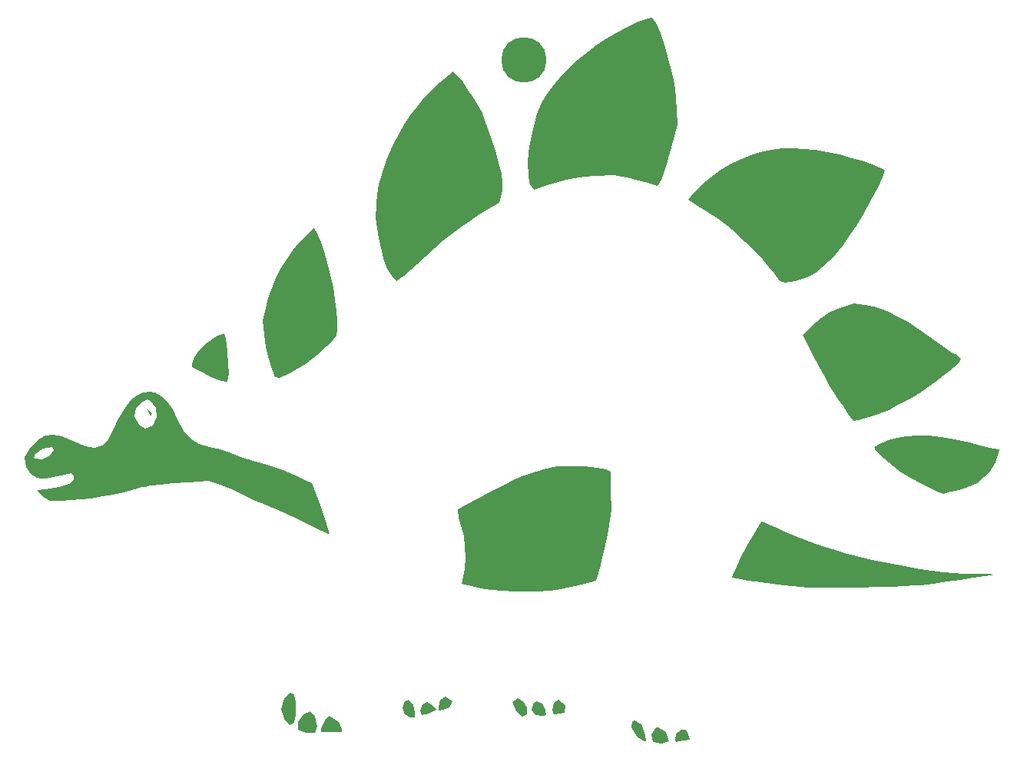
<source format=gbr>
%TF.GenerationSoftware,KiCad,Pcbnew,6.0.7-f9a2dced07~116~ubuntu20.04.1*%
%TF.CreationDate,2022-09-11T18:48:07+02:00*%
%TF.ProjectId,demoDino,64656d6f-4469-46e6-9f2e-6b696361645f,rev?*%
%TF.SameCoordinates,Original*%
%TF.FileFunction,Soldermask,Top*%
%TF.FilePolarity,Negative*%
%FSLAX46Y46*%
G04 Gerber Fmt 4.6, Leading zero omitted, Abs format (unit mm)*
G04 Created by KiCad (PCBNEW 6.0.7-f9a2dced07~116~ubuntu20.04.1) date 2022-09-11 18:48:07*
%MOMM*%
%LPD*%
G01*
G04 APERTURE LIST*
%ADD10C,5.000000*%
G04 APERTURE END LIST*
%TO.C,svg2mod*%
G36*
X111080526Y-41011841D02*
G01*
X112348739Y-41159365D01*
X113699009Y-41387422D01*
X115077937Y-41683371D01*
X116432127Y-42034565D01*
X117708181Y-42428364D01*
X118852702Y-42852123D01*
X119812291Y-43293198D01*
X120061499Y-43423922D01*
X119766330Y-44178458D01*
X119285934Y-45293849D01*
X118462087Y-46850435D01*
X117657463Y-48271808D01*
X116869790Y-49560538D01*
X116096797Y-50719195D01*
X115336215Y-51750350D01*
X114585770Y-52656574D01*
X113843193Y-53440438D01*
X113106213Y-54104512D01*
X112372558Y-54651367D01*
X111639958Y-55083573D01*
X110906141Y-55403703D01*
X110168836Y-55614325D01*
X109034197Y-55808385D01*
X108429515Y-55591312D01*
X107812850Y-54768557D01*
X107291356Y-54085816D01*
X106539931Y-53221482D01*
X105634284Y-52256247D01*
X104650123Y-51270802D01*
X103663158Y-50345835D01*
X102696319Y-49531033D01*
X101636840Y-48741682D01*
X100513514Y-47998002D01*
X99355132Y-47320216D01*
X98373905Y-46651368D01*
X98856553Y-45928907D01*
X99821672Y-45001563D01*
X100828017Y-44165685D01*
X101872126Y-43422824D01*
X102950542Y-42774529D01*
X104059806Y-42222353D01*
X105196457Y-41767844D01*
X106357038Y-41412553D01*
X107538089Y-41158031D01*
X108736152Y-41005828D01*
X109947766Y-40957494D01*
X111080526Y-41011841D01*
G37*
G36*
X25851845Y-76872047D02*
G01*
X25351505Y-76081051D01*
X25189879Y-75049063D01*
X26189903Y-75049063D01*
X26398211Y-75180858D01*
X27164312Y-75222096D01*
X28011176Y-74818115D01*
X28410798Y-74220790D01*
X28220606Y-73894203D01*
X27275731Y-74097692D01*
X26355600Y-74685400D01*
X26189903Y-75049063D01*
X25189879Y-75049063D01*
X25185858Y-75023391D01*
X25918852Y-73881130D01*
X26733064Y-73082285D01*
X27522125Y-72628342D01*
X28364464Y-72508105D01*
X29338511Y-72710380D01*
X30522694Y-73223972D01*
X31894121Y-73814960D01*
X32951771Y-73997852D01*
X33776478Y-73748174D01*
X34449076Y-73041455D01*
X35050401Y-71853222D01*
X35640266Y-70591574D01*
X35687539Y-70513969D01*
X37321955Y-70513969D01*
X37794958Y-71421859D01*
X38539740Y-71838358D01*
X39314807Y-71523320D01*
X39762823Y-70639688D01*
X39671205Y-69574168D01*
X39082041Y-68816256D01*
X38786244Y-68657950D01*
X38253566Y-68929333D01*
X37485592Y-69624610D01*
X37321955Y-70513969D01*
X35687539Y-70513969D01*
X36268091Y-69560915D01*
X36924352Y-68762549D01*
X37599521Y-68197779D01*
X38284071Y-67867910D01*
X38968477Y-67774245D01*
X39643211Y-67918088D01*
X40298748Y-68300742D01*
X40925561Y-68923512D01*
X41514124Y-69787701D01*
X42054910Y-70894612D01*
X42698875Y-72119117D01*
X43482917Y-73000070D01*
X44452333Y-73575082D01*
X45652422Y-73881767D01*
X46789018Y-74142064D01*
X48014651Y-74598936D01*
X48853391Y-74931589D01*
X49826605Y-75259649D01*
X50723597Y-75512093D01*
X51982897Y-75835778D01*
X52982257Y-76150428D01*
X53936182Y-76532564D01*
X55059176Y-77058705D01*
X56139593Y-77561690D01*
X56686124Y-77770896D01*
X56873653Y-77897227D01*
X57204783Y-78697157D01*
X57940884Y-80802088D01*
X58364661Y-82026459D01*
X58684431Y-82946910D01*
X58830962Y-83364150D01*
X58614277Y-83475843D01*
X57062778Y-82727259D01*
X55212488Y-81789057D01*
X53923427Y-81159459D01*
X53016262Y-80753942D01*
X52311659Y-80487984D01*
X51572584Y-80194100D01*
X50479223Y-79709280D01*
X49268284Y-79138484D01*
X48068905Y-78574874D01*
X47005850Y-78108889D01*
X46309263Y-77841413D01*
X45515380Y-77596697D01*
X43205900Y-77758302D01*
X41517726Y-77888460D01*
X40161759Y-78022922D01*
X39058075Y-78172523D01*
X38539740Y-78270238D01*
X38126749Y-78348094D01*
X37287857Y-78560469D01*
X36125452Y-78868495D01*
X34935967Y-79136815D01*
X33737026Y-79362753D01*
X32546253Y-79543634D01*
X31381272Y-79676781D01*
X30259706Y-79759519D01*
X29199178Y-79789170D01*
X28038936Y-79791696D01*
X27394897Y-79466926D01*
X26707563Y-78907088D01*
X26664272Y-78672020D01*
X27501450Y-78571269D01*
X29049806Y-78305675D01*
X30113266Y-77951616D01*
X30643662Y-77532460D01*
X30592825Y-77071573D01*
X30343608Y-76741179D01*
X28853082Y-77119008D01*
X27511234Y-77363932D01*
X27164312Y-77337719D01*
X26541288Y-77290643D01*
X25851845Y-76872047D01*
G37*
G36*
X58830968Y-83364167D02*
G01*
X58830962Y-83364150D01*
X58830964Y-83364149D01*
X58830968Y-83364167D01*
G37*
G36*
X84802475Y-102373665D02*
G01*
X84741391Y-103221030D01*
X83585524Y-103369040D01*
X83340486Y-102846406D01*
X83561164Y-102107041D01*
X84074183Y-101731560D01*
X84802475Y-102373665D01*
G37*
G36*
X57246563Y-103648531D02*
G01*
X57478149Y-104705429D01*
X57195565Y-105396490D01*
X56168958Y-105412144D01*
X55360742Y-105037040D01*
X55390580Y-104252027D01*
X55954403Y-103408776D01*
X56683411Y-103058910D01*
X57246563Y-103648531D01*
G37*
G36*
X95917998Y-105344804D02*
G01*
X96222539Y-106329160D01*
X95434465Y-106615815D01*
X94455847Y-106411460D01*
X94293609Y-105538165D01*
X94810595Y-104835060D01*
X95064322Y-104809160D01*
X95064322Y-104809150D01*
X95917998Y-105344804D01*
G37*
G36*
X81699012Y-101917200D02*
G01*
X82280229Y-102153086D01*
X82631694Y-102901560D01*
X82713924Y-103423110D01*
X82373272Y-103512310D01*
X81494736Y-103423876D01*
X81052375Y-102845114D01*
X81306679Y-102116820D01*
X81699016Y-101917120D01*
X81699012Y-101917200D01*
G37*
G36*
X94779290Y-27163753D02*
G01*
X95293089Y-28263185D01*
X95746141Y-29560507D01*
X96191842Y-31138069D01*
X96516619Y-32394264D01*
X96743772Y-33454895D01*
X96896605Y-34445768D01*
X96998418Y-35492688D01*
X97072514Y-36721458D01*
X97152613Y-38325222D01*
X96768808Y-39969164D01*
X96365679Y-41508360D01*
X95897920Y-43027390D01*
X95458034Y-44247134D01*
X95138523Y-44888472D01*
X94923189Y-45132649D01*
X93963625Y-44795525D01*
X92861928Y-44483367D01*
X91560637Y-44206263D01*
X90117212Y-43954124D01*
X88096417Y-44047045D01*
X86898068Y-44131401D01*
X85778342Y-44262287D01*
X84914141Y-44419024D01*
X84914143Y-44419024D01*
X83746072Y-44743031D01*
X82568745Y-45130159D01*
X81384828Y-45562235D01*
X81173586Y-45350995D01*
X80871749Y-44778451D01*
X80711691Y-43868060D01*
X80684168Y-42703266D01*
X80779940Y-41367511D01*
X80989762Y-39944239D01*
X81304394Y-38516892D01*
X81714592Y-37168914D01*
X82211115Y-35983748D01*
X82707700Y-35129950D01*
X83373547Y-34179615D01*
X84117578Y-33253935D01*
X84848714Y-32474104D01*
X85767378Y-31608913D01*
X86561521Y-30907666D01*
X87336576Y-30285761D01*
X88197977Y-29658599D01*
X89251160Y-28941579D01*
X90383408Y-28257105D01*
X91668327Y-27584054D01*
X92897847Y-27018186D01*
X93863900Y-26655262D01*
X94358418Y-26591041D01*
X94779290Y-27163753D01*
G37*
G36*
X86962159Y-76037090D02*
G01*
X88293924Y-76189324D01*
X89333091Y-76392508D01*
X89774861Y-76600949D01*
X89801699Y-77277469D01*
X89840248Y-78781293D01*
X89887123Y-80874259D01*
X89532280Y-83039396D01*
X89356166Y-84016753D01*
X89138960Y-85077332D01*
X88908245Y-86093255D01*
X88691606Y-86936643D01*
X88205776Y-88668753D01*
X87573726Y-88835324D01*
X86229208Y-89170245D01*
X84993671Y-89438395D01*
X83885229Y-89636174D01*
X82921996Y-89759982D01*
X82921997Y-89760035D01*
X81757403Y-89838827D01*
X80510270Y-89862116D01*
X79221851Y-89832466D01*
X77933398Y-89752438D01*
X76686165Y-89624594D01*
X75521406Y-89451498D01*
X74480372Y-89235711D01*
X73422124Y-88976715D01*
X73506841Y-88606247D01*
X73704044Y-87395646D01*
X73784920Y-86091523D01*
X73752700Y-84821181D01*
X73610611Y-83711920D01*
X73361883Y-82891043D01*
X73037067Y-81656068D01*
X72999901Y-80743526D01*
X74976065Y-79660756D01*
X76595505Y-78790427D01*
X77921656Y-78102966D01*
X79017951Y-77568799D01*
X79947823Y-77158353D01*
X80774706Y-76842054D01*
X81562035Y-76590330D01*
X82373242Y-76373606D01*
X83910487Y-75992924D01*
X85642596Y-75981496D01*
X86962159Y-76037090D01*
G37*
G36*
X47385754Y-61979803D02*
G01*
X47552100Y-63312379D01*
X47685405Y-64768503D01*
X47724509Y-65779014D01*
X47724505Y-65779014D01*
X47536174Y-66731589D01*
X46911779Y-66586125D01*
X45811407Y-66166315D01*
X44649325Y-65630209D01*
X43638928Y-65111459D01*
X43687439Y-64765338D01*
X43922346Y-63975597D01*
X44396507Y-63231696D01*
X45104579Y-62542018D01*
X46419801Y-61665664D01*
X47247522Y-61339938D01*
X47385754Y-61979803D01*
G37*
G36*
X59098465Y-103672090D02*
G01*
X59817205Y-104173923D01*
X60162710Y-104943070D01*
X60165110Y-105340110D01*
X57855725Y-105340110D01*
X57855725Y-104896090D01*
X58292699Y-104015090D01*
X58729673Y-103578110D01*
X59098465Y-103672090D01*
G37*
G36*
X73087390Y-33180644D02*
G01*
X73535224Y-33715690D01*
X74101004Y-34505127D01*
X74662243Y-35378046D01*
X75604313Y-36937481D01*
X76525496Y-39563978D01*
X77077130Y-41215299D01*
X77481644Y-42614108D01*
X77744583Y-43791174D01*
X77871493Y-44777264D01*
X77867919Y-45603148D01*
X77739405Y-46299592D01*
X77549410Y-46944489D01*
X76174350Y-47743017D01*
X75304518Y-48275570D01*
X74374419Y-48895825D01*
X73400449Y-49591045D01*
X72399003Y-50348494D01*
X71386477Y-51155438D01*
X70379268Y-51999140D01*
X69393770Y-52866864D01*
X68446380Y-53745875D01*
X67789792Y-54349394D01*
X67049283Y-55000869D01*
X67049282Y-55000875D01*
X66191747Y-55626304D01*
X65655947Y-55043914D01*
X65189523Y-54274294D01*
X64838692Y-53432972D01*
X64548596Y-52355744D01*
X64264383Y-50878410D01*
X63885201Y-48685886D01*
X63974645Y-47170290D01*
X64082941Y-46078679D01*
X64277599Y-44970407D01*
X64554648Y-43852593D01*
X64910113Y-42732355D01*
X65340022Y-41616813D01*
X65840403Y-40513085D01*
X66407281Y-39428290D01*
X67036684Y-38369547D01*
X67724640Y-37343974D01*
X68467175Y-36358691D01*
X69260316Y-35420817D01*
X70100091Y-34537470D01*
X70982526Y-33715769D01*
X71903649Y-32962833D01*
X72454607Y-32542676D01*
X73087390Y-33180644D01*
G37*
G36*
X54940216Y-101184170D02*
G01*
X55089857Y-102010425D01*
X55100140Y-103393242D01*
X54963706Y-104339310D01*
X54410844Y-104530896D01*
X53808627Y-103863737D01*
X53525919Y-102746470D01*
X53822054Y-101565909D01*
X54477396Y-101012670D01*
X54477398Y-101012670D01*
X54940216Y-101184170D01*
G37*
G36*
X117805486Y-58275199D02*
G01*
X118779227Y-58447267D01*
X119646118Y-58672674D01*
X120498947Y-58998597D01*
X121430506Y-59472210D01*
X122533586Y-60140691D01*
X123900976Y-61051213D01*
X125625468Y-62250954D01*
X126582004Y-62905002D01*
X127424670Y-63448741D01*
X127971033Y-63764455D01*
X128451985Y-64169880D01*
X128200199Y-64698556D01*
X127141064Y-65507139D01*
X126477295Y-65995627D01*
X125590850Y-66692847D01*
X124743785Y-67342069D01*
X123842016Y-67952224D01*
X122794878Y-68580946D01*
X121511708Y-69285869D01*
X120458197Y-69814870D01*
X119484316Y-70209891D01*
X118264002Y-70603189D01*
X118264002Y-70603186D01*
X117037091Y-70912152D01*
X116531892Y-71004183D01*
X115990608Y-70277528D01*
X115449323Y-69451983D01*
X114901148Y-68618264D01*
X114467595Y-67993796D01*
X113973335Y-67198054D01*
X113405965Y-66209427D01*
X112753082Y-65006303D01*
X112002283Y-63567070D01*
X110971076Y-61560184D01*
X112107187Y-60454198D01*
X112983177Y-59677841D01*
X113838836Y-59094445D01*
X114750982Y-58659772D01*
X115796431Y-58329583D01*
X116676234Y-58103239D01*
X117805486Y-58275199D01*
G37*
G36*
X70264855Y-102408160D02*
G01*
X70567918Y-102793440D01*
X70382321Y-102964950D01*
X69708065Y-103300890D01*
X68984053Y-103439730D01*
X68827068Y-103021320D01*
X69038443Y-102268463D01*
X69543613Y-101992320D01*
X70264855Y-102408160D01*
G37*
G36*
X39236484Y-70210589D02*
G01*
X39109654Y-70553772D01*
X38708369Y-69590348D01*
X39236484Y-70210589D01*
G37*
G36*
X124870915Y-72666184D02*
G01*
X126240735Y-72812928D01*
X127717630Y-73065786D01*
X129306250Y-73424711D01*
X130509198Y-73720163D01*
X131512237Y-73956493D01*
X132098218Y-74082534D01*
X132652878Y-74180434D01*
X132558213Y-74568326D01*
X132207822Y-75568986D01*
X131680452Y-76460565D01*
X130993616Y-77226982D01*
X130164830Y-77852158D01*
X129211607Y-78320011D01*
X128151462Y-78614461D01*
X126951242Y-78914740D01*
X126951290Y-78914744D01*
X126452878Y-79036494D01*
X125758389Y-78812028D01*
X124264198Y-78046246D01*
X122851501Y-77285470D01*
X121849428Y-76678238D01*
X120978709Y-76038624D01*
X119960074Y-75180700D01*
X119011003Y-74313813D01*
X118883579Y-73887743D01*
X119465172Y-73525859D01*
X120369373Y-73141312D01*
X121357398Y-72863119D01*
X122433897Y-72691232D01*
X123603519Y-72625603D01*
X124870915Y-72666184D01*
G37*
G36*
X80189617Y-101906875D02*
G01*
X80600285Y-102625929D01*
X80611280Y-103390180D01*
X80095528Y-103600693D01*
X79363788Y-103009590D01*
X78964904Y-101981655D01*
X79582275Y-101588250D01*
X80189617Y-101906875D01*
G37*
G36*
X98320493Y-105568020D02*
G01*
X98529583Y-106143610D01*
X97749606Y-106284560D01*
X97016617Y-106383160D01*
X96922637Y-106136490D01*
X97031567Y-105465305D01*
X97629784Y-105081640D01*
X98069107Y-105037040D01*
X98320493Y-105568020D01*
G37*
G36*
X57355540Y-50209368D02*
G01*
X57785009Y-51161971D01*
X58194898Y-52298513D01*
X58574969Y-53565594D01*
X58914982Y-54909812D01*
X59204698Y-56277767D01*
X59433879Y-57616057D01*
X59592284Y-58871281D01*
X59669674Y-59990038D01*
X59655811Y-60918928D01*
X59540455Y-61604549D01*
X59208647Y-62052974D01*
X58464361Y-62802737D01*
X57448494Y-63720366D01*
X56301945Y-64672388D01*
X55474204Y-65224504D01*
X54442630Y-65791042D01*
X53336563Y-66284727D01*
X52845192Y-66217944D01*
X52579963Y-65537881D01*
X52336104Y-64718512D01*
X52076690Y-63914028D01*
X51835537Y-62885065D01*
X51635585Y-61525990D01*
X51464972Y-59931835D01*
X51766149Y-58566970D01*
X52060360Y-57436358D01*
X52437100Y-56335732D01*
X52895610Y-55266423D01*
X53435136Y-54229760D01*
X54054919Y-53227075D01*
X54754205Y-52259699D01*
X55532235Y-51328963D01*
X56388254Y-50436197D01*
X57109033Y-49732677D01*
X57355540Y-50209368D01*
G37*
G36*
X72361331Y-101929035D02*
G01*
X72038594Y-102612540D01*
X71244523Y-102842760D01*
X70847488Y-102922660D01*
X70847488Y-102551470D01*
X71048875Y-101751173D01*
X71571079Y-101442590D01*
X71571079Y-101442570D01*
X72361331Y-101929035D01*
G37*
G36*
X68056870Y-102254564D02*
G01*
X68223286Y-103195140D01*
X68176306Y-103681450D01*
X67744030Y-103723750D01*
X67136660Y-103390238D01*
X66875341Y-102604392D01*
X67137905Y-101900680D01*
X67539639Y-101785560D01*
X67539634Y-101785550D01*
X68056870Y-102254564D01*
G37*
G36*
X106706540Y-82189888D02*
G01*
X107235533Y-82415960D01*
X108087852Y-82830798D01*
X108978860Y-83256148D01*
X109963641Y-83677584D01*
X111031565Y-84092637D01*
X112172001Y-84498838D01*
X113374322Y-84893718D01*
X114627895Y-85274809D01*
X115922093Y-85639642D01*
X117246286Y-85985748D01*
X118589843Y-86310658D01*
X119942135Y-86611904D01*
X121292532Y-86887016D01*
X122630406Y-87133526D01*
X123945125Y-87348965D01*
X125226060Y-87530864D01*
X126462582Y-87676754D01*
X127644061Y-87784167D01*
X128759868Y-87850634D01*
X129799372Y-87873686D01*
X131402150Y-87894337D01*
X132029355Y-87942333D01*
X131714706Y-88011879D01*
X130917942Y-88143866D01*
X129762928Y-88320226D01*
X128373530Y-88522891D01*
X126873616Y-88733794D01*
X125387051Y-88934866D01*
X124037701Y-89108040D01*
X124037701Y-89108044D01*
X123287711Y-89172126D01*
X122146617Y-89234375D01*
X120718935Y-89292465D01*
X119109179Y-89344073D01*
X117421863Y-89386872D01*
X115761503Y-89418539D01*
X114232612Y-89436748D01*
X112939705Y-89439174D01*
X111987297Y-89423492D01*
X111479903Y-89387379D01*
X110928996Y-89318461D01*
X109762227Y-89190063D01*
X108232197Y-89029981D01*
X107000204Y-88894907D01*
X105833173Y-88751130D01*
X104862737Y-88615838D01*
X104220527Y-88506215D01*
X103167877Y-88285465D01*
X103265284Y-87971912D01*
X103567339Y-87259961D01*
X104128019Y-86130677D01*
X104823670Y-84823838D01*
X105530637Y-83579218D01*
X106407799Y-82098242D01*
X106706540Y-82189888D01*
G37*
G36*
X92418990Y-104038900D02*
G01*
X93164734Y-104456145D01*
X93610097Y-105636440D01*
X93694667Y-106350640D01*
X93492624Y-106345640D01*
X92711198Y-105834726D01*
X92134902Y-104839654D01*
X92202845Y-104118480D01*
X92418983Y-104038580D01*
X92418990Y-104038900D01*
G37*
%TD*%
D10*
%TO.C,svg2mod*%
X80250000Y-31200000D03*
%TD*%
M02*

</source>
